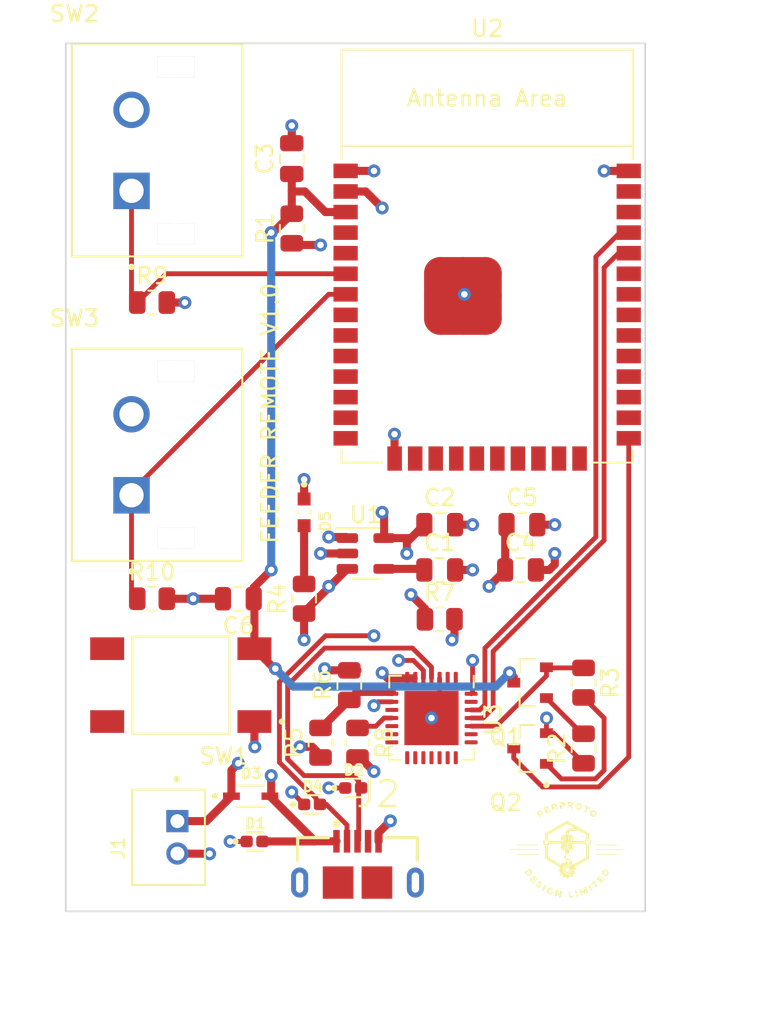
<source format=kicad_pcb>
(kicad_pcb (version 20221018) (generator pcbnew)
  (layers (0 "F.Cu" signal) (1 "In1.Cu" power) (2 "In2.Cu" power) (31 "B.Cu" power) (34 "B.Paste" user) (35 "F.Paste" user) (36 "B.SilkS" user "B.Silkscreen") (37 "F.SilkS" user "F.Silkscreen") (38 "B.Mask" user) (39 "F.Mask" user) (44 "Edge.Cuts" user))
  (net 0 "")
  (net 1 "Net-(U1-BP)")
  (net 2 "GND")
  (net 3 "/3.3V")
  (net 4 "/VBUS")
  (net 5 "/USB_DP")
  (net 6 "/USB_DN")
  (net 9 "Net-(D5-A)")
  (net 10 "/V_IN")
  (net 32 "Net-(Q1-Pad1)")
  (net 33 "/RTS")
  (net 34 "/DTR")
  (net 35 "Net-(Q2-Pad1)")
  (net 36 "/IO0")
  (net 37 "Net-(U3-VBUS)")
  (net 38 "Net-(U3-~{RST})")
  (net 39 "Net-(U3-~{SUSPEND})")
  (net 40 "/BUTTON_1")
  (net 41 "/BUTTON_2")
  (net 42 "/RXD")
  (net 43 "/TXD")
  (net 60 "/CHIP_PU")
  (footprint "Resistor_SMD:R_0805_2012Metric" (layer "F.Cu") (at 156.21 74.0175 90)
    (fp_text reference "R2")
    (fp_text value "R_US_10K")
  )
  (footprint "LOGO" (layer "F.Cu") (at 155.194 80.264)
    (fp_text reference "G***" hide)
    (fp_text value "LOGO" hide)
  )
  (footprint "Resistor_SMD:R_0805_2012Metric" (layer "F.Cu") (at 156.21 69.9535 -90)
    (fp_text reference "R3")
    (fp_text value "R_US_10K")
  )
  (footprint "Capacitor_SMD:C_0805_2012Metric" (layer "F.Cu") (at 147.32 62.992)
    (fp_text reference "C1")
    (fp_text value "C_470pF")
  )
  (footprint "Capacitor_SMD:C_0805_2012Metric" (layer "F.Cu") (at 152.4 60.198)
    (fp_text reference "C5")
    (fp_text value "C_0.1uF")
  )
  (footprint "Capacitor_SMD:C_0805_2012Metric" (layer "F.Cu") (at 134.874 64.77 180)
    (fp_text reference "C6")
    (fp_text value "C_0.1uF")
  )
  (footprint "Capacitor_SMD:C_0805_2012Metric" (layer "F.Cu") (at 138.176 37.592 90)
    (fp_text reference "C3")
    (fp_text value "C_0.1uF")
  )
  (footprint "Resistor_SMD:R_0805_2012Metric" (layer "F.Cu") (at 129.54 46.482)
    (fp_text reference "R9")
    (fp_text value "R_US_10K")
  )
  (footprint "LED:LED_SML-LXFM0603SIC-TR" (layer "F.Cu") (at 138.938 59.436 -90)
    (fp_text reference "D5")
    (fp_text value "LED_2.1V_20mA_0603")
  )
  (footprint "ESDALC5:DIO_VCUT0714A-HD1-GS08 (1)" (layer "F.Cu") (at 135.89 79.756)
    (fp_text reference "D1")
    (fp_text value "D_TVS_ESDALC5-1BM2_SOD882")
  )
  (footprint "SS8050-G:TRANS_SS8050-G" (layer "F.Cu") (at 152.908 74.0175 180)
    (fp_text reference "Q2")
    (fp_text value "SS8050-G")
  )
  (footprint "Resistor_SMD:R_0805_2012Metric" (layer "F.Cu") (at 138.176 41.91 90)
    (fp_text reference "R1")
    (fp_text value "R_US_10K_0603")
  )
  (footprint "Capacitor_SMD:C_0805_2012Metric" (layer "F.Cu") (at 152.3155 62.992)
    (fp_text reference "C4")
    (fp_text value "C_4.7uF")
  )
  (footprint "USB3090-XX-X_REVE:GCT_USB3090-XX-X_REVE" (layer "F.Cu") (at 142.24 82.296)
    (fp_text reference "J2")
    (fp_text value "USB_B_Micro")
    (fp_line (start -3.8 0.4) (end -3.8 -0.4) (stroke (width 0.01)) (layer "Edge.Cuts"))
    (fp_line (start -3.35 -0.4) (end -3.35 0.4) (stroke (width 0.01)) (layer "Edge.Cuts"))
    (fp_line (start 3.35 0.4) (end 3.35 -0.4) (stroke (width 0.01)) (layer "Edge.Cuts"))
    (fp_line (start 3.8 -0.4) (end 3.8 0.4) (stroke (width 0.01)) (layer "Edge.Cuts"))
    (fp_arc (start -3.8 -0.4) (mid -3.734099 -0.559099) (end -3.575 -0.625) (stroke (width 0.01)) (layer "Edge.Cuts"))
    (fp_arc (start -3.575 -0.625) (mid -3.415901 -0.559099) (end -3.35 -0.4) (stroke (width 0.01)) (layer "Edge.Cuts"))
    (fp_arc (start -3.575 0.625) (mid -3.734099 0.559099) (end -3.8 0.4) (stroke (width 0.01)) (layer "Edge.Cuts"))
    (fp_arc (start -3.35 0.4) (mid -3.415901 0.559099) (end -3.575 0.625) (stroke (width 0.01)) (layer "Edge.Cuts"))
    (fp_arc (start 3.35 -0.4) (mid 3.415901 -0.559099) (end 3.575 -0.625) (stroke (width 0.01)) (layer "Edge.Cuts"))
    (fp_arc (start 3.575 -0.625) (mid 3.734099 -0.559099) (end 3.8 -0.4) (stroke (width 0.01)) (layer "Edge.Cuts"))
    (fp_arc (start 3.575 0.625) (mid 3.415901 0.559099) (end 3.35 0.4) (stroke (width 0.01)) (layer "Edge.Cuts"))
    (fp_arc (start 3.8 0.4) (mid 3.734099 0.559099) (end 3.575 0.625) (stroke (width 0.01)) (layer "Edge.Cuts"))
  )
  (footprint "Resistor_SMD:R_0805_2012Metric" (layer "F.Cu") (at 141.732 70.104 90)
    (fp_text reference "R6")
    (fp_text value "R_US_47.5K")
  )
  (footprint "ESDALC5:DIO_VCUT0714A-HD1-GS08 (1)" (layer "F.Cu") (at 139.446 77.47)
    (fp_text reference "D4")
    (fp_text value "D_TVS_ESDALC5-1BM2_SOD882")
  )
  (footprint "PCM_Espressif:ESP32-WROOM-32E" (layer "F.Cu") (at 150.254 45.364)
    (fp_text reference "U2")
    (fp_text value "ESP32-WROOM-E")
  )
  (footprint "BAT760-7:SOD2513X120N" (layer "F.Cu") (at 135.636 76.962)
    (fp_text reference "D3")
    (fp_text value "D_Schottky")
  )
  (footprint "Right Angle Button:SW_TL1100CF160Q" (layer "F.Cu") (at 128.27 55.88)
    (fp_text reference "SW3")
    (fp_text value "SW_Push_Dual")
    (fp_line (start 1.6 -5.8) (end 3.9 -5.8) (stroke (width 0.01)) (layer "Edge.Cuts"))
    (fp_line (start 1.6 -4.5) (end 1.6 -5.8) (stroke (width 0.01)) (layer "Edge.Cuts"))
    (fp_line (start 1.6 4.5) (end 3.9 4.5) (stroke (width 0.01)) (layer "Edge.Cuts"))
    (fp_line (start 1.6 5.8) (end 1.6 4.5) (stroke (width 0.01)) (layer "Edge.Cuts"))
    (fp_line (start 3.9 -5.8) (end 3.9 -4.5) (stroke (width 0.01)) (layer "Edge.Cuts"))
    (fp_line (start 3.9 -4.5) (end 1.6 -4.5) (stroke (width 0.01)) (layer "Edge.Cuts"))
    (fp_line (start 3.9 4.5) (end 3.9 5.8) (stroke (width 0.01)) (layer "Edge.Cuts"))
    (fp_line (start 3.9 5.8) (end 1.6 5.8) (stroke (width 0.01)) (layer "Edge.Cuts"))
  )
  (footprint "Capacitor_SMD:C_0805_2012Metric" (layer "F.Cu") (at 147.32 60.198)
    (fp_text reference "C2")
    (fp_text value "C_2.2uF")
  )
  (footprint "Package_TO_SOT_SMD:SOT-23-5" (layer "F.Cu") (at 142.748 61.976)
    (fp_text reference "U1")
    (fp_text value "MIC5219-3.3YM5")
  )
  (footprint "jst:JST_B2B-PH-K-S(LF)(SN)" (layer "F.Cu") (at 130.556 79.502 90)
    (fp_text reference "J1")
    (fp_text value "B2B-PH-K-S(LF)(SN)")
  )
  (footprint "Resistor_SMD:R_0805_2012Metric" (layer "F.Cu") (at 139.954 73.66 90)
    (fp_text reference "R5")
    (fp_text value "R_US_22.1K")
  )
  (footprint "SS8050-G:TRANS_SS8050-G" (layer "F.Cu") (at 152.908 69.9535 180)
    (fp_text reference "Q1")
    (fp_text value "SS8050-G")
  )
  (footprint "Right Angle Button:SW_TL1100CF160Q" (layer "F.Cu") (at 128.27 37.084)
    (fp_text reference "SW2")
    (fp_text value "SW_Push_Dual")
    (fp_line (start 1.6 -5.8) (end 3.9 -5.8) (stroke (width 0.01)) (layer "Edge.Cuts"))
    (fp_line (start 1.6 -4.5) (end 1.6 -5.8) (stroke (width 0.01)) (layer "Edge.Cuts"))
    (fp_line (start 1.6 4.5) (end 3.9 4.5) (stroke (width 0.01)) (layer "Edge.Cuts"))
    (fp_line (start 1.6 5.8) (end 1.6 4.5) (stroke (width 0.01)) (layer "Edge.Cuts"))
    (fp_line (start 3.9 -5.8) (end 3.9 -4.5) (stroke (width 0.01)) (layer "Edge.Cuts"))
    (fp_line (start 3.9 -4.5) (end 1.6 -4.5) (stroke (width 0.01)) (layer "Edge.Cuts"))
    (fp_line (start 3.9 4.5) (end 3.9 5.8) (stroke (width 0.01)) (layer "Edge.Cuts"))
    (fp_line (start 3.9 5.8) (end 1.6 5.8) (stroke (width 0.01)) (layer "Edge.Cuts"))
  )
  (footprint "Resistor_SMD:R_0805_2012Metric" (layer "F.Cu") (at 147.32 66.04)
    (fp_text reference "R7")
    (fp_text value "R_US_2K")
  )
  (footprint "Resistor_SMD:R_0805_2012Metric" (layer "F.Cu") (at 142.24 73.66 -90)
    (fp_text reference "R8")
    (fp_text value "R_US_10K")
  )
  (footprint "TS04-66-55-BK-160-SMT:SW_TS04-66-55-BK-160-SMT" (layer "F.Cu") (at 131.318 70.104 180)
    (fp_text reference "SW1")
    (fp_text value "SW_Push")
  )
  (footprint "ESDALC5:DIO_VCUT0714A-HD1-GS08 (1)" (layer "F.Cu") (at 141.986 76.454)
    (fp_text reference "D2")
    (fp_text value "D_TVS_ESDALC5-1BM2_SOD882")
  )
  (footprint "Package_DFN_QFN:QFN-28-1EP_5x5mm_P0.5mm_EP3.35x3.35mm" (layer "F.Cu") (at 146.812 72.136 -90)
    (fp_text reference "U3")
    (fp_text value "CP2102N-Axx-xQFN28")
  )
  (footprint "Resistor_SMD:R_0805_2012Metric" (layer "F.Cu") (at 129.54 64.77)
    (fp_text reference "R10")
    (fp_text value "R_US_10K")
  )
  (footprint "Resistor_SMD:R_0805_2012Metric" (layer "F.Cu") (at 138.938 64.77 90)
    (fp_text reference "R4")
    (fp_text value "R_US_120Ohm_0603")
  )
  (gr_rect (start 124.206 30.48) (end 160.02 84.074) (stroke (width 0.1)) (fill none) (layer "Edge.Cuts"))
  (gr_text "FEEDER REMOTE V1.0" (at 137.414 61.468 90) (layer "F.SilkS") (effects (font (size 1 1)) (justify left bottom)))
  (segment (start 146.304 62.926) (end 146.37 62.992) (width 0.5) (layer "F.Cu") (net 1))
  (segment (start 143.8855 62.926) (end 146.304 62.926) (width 0.5) (layer "F.Cu") (net 1))
  (segment (start 153.2655 62.992) (end 154.091472 62.992) (width 0.5) (layer "F.Cu") (net 2))
  (segment (start 132.08 64.77) (end 133.924 64.77) (width 0.5) (layer "F.Cu") (net 2))
  (segment (start 147.354 46.074) (end 147.354 44.674) (width 2) (layer "F.Cu") (net 2))
  (segment (start 142.3905 74.5725) (end 143.256 75.438) (width 0.5) (layer "F.Cu") (net 2))
  (segment (start 148.754 47.474) (end 147.354 47.474) (width 2) (layer "F.Cu") (net 2))
  (segment (start 140.3115 69.1915) (end 142.24 69.1915) (width 0.5) (layer "F.Cu") (net 2))
  (segment (start 144.526 54.61) (end 144.534 54.618) (width 0.5) (layer "F.Cu") (net 2))
  (segment (start 141.6105 61.976) (end 139.954 61.976) (width 0.5) (layer "F.Cu") (net 2))
  (segment (start 131.106 80.502) (end 133.096 80.518) (width 0.5) (layer "F.Cu") (net 2))
  (segment (start 150.154 46.074) (end 150.154 47.474) (width 2) (layer "F.Cu") (net 2))
  (segment (start 147.312 71.636) (end 146.812 72.136) (width 0.3) (layer "F.Cu") (net 2))
  (segment (start 148.27 60.198) (end 149.352 60.198) (width 0.5) (layer "F.Cu") (net 2))
  (segment (start 135.868 72.354) (end 135.868 73.892) (width 0.5) (layer "F.Cu") (net 2))
  (segment (start 150.154 47.474) (end 148.754 47.474) (width 2) (layer "F.Cu") (net 2))
  (segment (start 143.54 79.218) (end 144.272 78.486) (width 0.5) (layer "F.Cu") (net 2))
  (segment (start 154.091472 62.992) (end 154.388736 62.694736) (width 0.5) (layer "F.Cu") (net 2))
  (segment (start 138.938 58.611) (end 138.938 57.404) (width 0.5) (layer "F.Cu") (net 2))
  (segment (start 138.940164 77.472164) (end 138.176 76.708) (width 0.3) (layer "F.Cu") (net 2))
  (segment (start 135.387846 79.758164) (end 134.622164 79.758164) (width 0.3) (layer "F.Cu") (net 2))
  (segment (start 142.24 74.5725) (end 142.3905 74.5725) (width 0.5) (layer "F.Cu") (net 2))
  (segment (start 148.27 62.992) (end 149.352 62.992) (width 0.5) (layer "F.Cu") (net 2))
  (segment (start 150.154 44.674) (end 150.154 46.074) (width 2) (layer "F.Cu") (net 2))
  (segment (start 147.354 44.674) (end 148.754 44.674) (width 2) (layer "F.Cu") (net 2))
  (segment (start 141.483846 76.456164) (end 140.718164 76.456164) (width 0.3) (layer "F.Cu") (net 2))
  (segment (start 141.504 38.354) (end 143.256 38.354) (width 0.5) (layer "F.Cu") (net 2))
  (segment (start 148.754 44.674) (end 150.154 44.674) (width 2) (layer "F.Cu") (net 2))
  (segment (start 130.4525 64.77) (end 132.08 64.77) (width 0.5) (layer "F.Cu") (net 2))
  (segment (start 140.462 76.454) (end 140.716 76.454) (width 0.3) (layer "F.Cu") (net 2))
  (segment (start 154.432 62.651472) (end 154.432 61.976) (width 0.5) (layer "F.Cu") (net 2))
  (segment (start 143.54 79.746) (end 143.54 79.218) (width 0.5) (layer "F.Cu") (net 2))
  (segment (start 148.844 45.974) (end 148.754 46.074) (width 2) (layer "F.Cu") (net 2))
  (segment (start 135.868 73.892) (end 135.89 73.914) (width 0.5) (layer "F.Cu") (net 2))
  (segment (start 154.388736 62.694736) (end 154.432 62.651472) (width 0.5) (layer "F.Cu") (net 2))
  (segment (start 147.354 46.074) (end 148.844 45.974) (width 2) (layer "F.Cu") (net 2))
  (segment (start 140.718164 76.456164) (end 140.462 76.454) (width 0.3) (layer "F.Cu") (net 2))
  (segment (start 138.176 36.642) (end 138.176 35.56) (width 0.5) (layer "F.Cu") (net 2))
  (segment (start 130.4525 46.482) (end 131.572 46.482) (width 0.5) (layer "F.Cu") (net 2))
  (segment (start 140.208 69.088) (end 140.3115 69.1915) (width 0.5) (layer "F.Cu") (net 2))
  (segment (start 134.366 79.756) (end 134.62 79.756) (width 0.3) (layer "F.Cu") (net 2))
  (segment (start 133.924 64.77) (end 134.112 64.77) (width 0.3) (layer "F.Cu") (net 2))
  (segment (start 159.004 38.354) (end 157.48 38.354) (width 0.5) (layer "F.Cu") (net 2))
  (segment (start 133.096 80.518) (end 133.08 80.502) (width 0.5) (layer "F.Cu") (net 2))
  (segment (start 144.534 56.114) (end 144.526 54.61) (width 0.5) (layer "F.Cu") (net 2))
  (segment (start 147.354 47.474) (end 147.354 46.074) (width 2) (layer "F.Cu") (net 2))
  (segment (start 147.312 69.686) (end 147.312 71.636) (width 0.3) (layer "F.Cu") (net 2))
  (segment (start 134.622164 79.758164) (end 134.366 79.756) (width 0.3) (layer "F.Cu") (net 2))
  (segment (start 138.943846 77.472164) (end 138.940164 77.472164) (width 0.3) (layer "F.Cu") (net 2))
  (segment (start 153.35 60.198) (end 154.432 60.198) (width 0.5) (layer "F.Cu") (net 2))
  (via (at 138.938 57.404) (size 0.8) (drill 0.4) (layers "F.Cu" "B.Cu") (net 2))
  (via (at 148.844 45.974) (size 0.8) (drill 0.4) (layers "F.Cu" "B.Cu") (net 2))
  (via (at 146.812 72.136) (size 0.8) (drill 0.4) (layers "F.Cu" "B.Cu") (net 2))
  (via (at 149.352 62.992) (size 0.8) (drill 0.4) (layers "F.Cu" "B.Cu") (net 2))
  (via (at 139.954 61.976) (size 0.8) (drill 0.4) (layers "F.Cu" "B.Cu") (net 2))
  (via (at 134.366 79.756) (size 0.8) (drill 0.4) (layers "F.Cu" "B.Cu") (net 2))
  (via (at 135.89 73.914) (size 0.8) (drill 0.4) (layers "F.Cu" "B.Cu") (net 2))
  (via (at 143.256 75.438) (size 0.8) (drill 0.4) (layers "F.Cu" "B.Cu") (net 2))
  (via (at 131.572 46.482) (size 0.8) (drill 0.4) (layers "F.Cu" "B.Cu") (net 2))
  (via (at 140.462 76.454) (size 0.8) (drill 0.4) (layers "F.Cu" "B.Cu") (net 2))
  (via (at 138.176 76.708) (size 0.8) (drill 0.4) (layers "F.Cu" "B.Cu") (net 2))
  (via (at 154.432 61.976) (size 0.8) (drill 0.4) (layers "F.Cu" "B.Cu") (net 2))
  (via (at 138.176 35.56) (size 0.8) (drill 0.4) (layers "F.Cu" "B.Cu") (net 2))
  (via (at 144.526 54.61) (size 0.8) (drill 0.4) (layers "F.Cu" "B.Cu") (net 2))
  (via (at 132.08 64.77) (size 0.8) (drill 0.4) (layers "F.Cu" "B.Cu") (net 2))
  (via (at 144.272 78.486) (size 0.8) (drill 0.4) (layers "F.Cu" "B.Cu") (net 2))
  (via (at 143.256 38.354) (size 0.8) (drill 0.4) (layers "F.Cu" "B.Cu") (net 2))
  (via (at 154.432 60.198) (size 0.8) (drill 0.4) (layers "F.Cu" "B.Cu") (net 2))
  (via (at 149.352 60.198) (size 0.8) (drill 0.4) (layers "F.Cu" "B.Cu") (net 2))
  (via (at 140.208 69.088) (size 0.8) (drill 0.4) (layers "F.Cu" "B.Cu") (net 2))
  (via (at 133.096 80.518) (size 0.8) (drill 0.4) (layers "F.Cu" "B.Cu") (net 2))
  (via (at 157.48 38.354) (size 0.8) (drill 0.4) (layers "F.Cu" "B.Cu") (net 2))
  (segment (start 143.764 40.64) (end 142.748 39.624) (width 0.5) (layer "F.Cu") (net 3))
  (segment (start 138.176 42.8225) (end 138.194871 42.8225) (width 0.5) (layer "F.Cu") (net 3))
  (segment (start 151.3655 63.0105) (end 150.368 64.008) (width 0.5) (layer "F.Cu") (net 3))
  (segment (start 145.542 61.026) (end 146.37 60.198) (width 0.5) (layer "F.Cu") (net 3))
  (segment (start 145.288 61.976) (end 145.288 61.28) (width 0.5) (layer "F.Cu") (net 3))
  (segment (start 143.8855 59.5575) (end 143.764 59.436) (width 0.5) (layer "F.Cu") (net 3))
  (segment (start 142.748 39.624) (end 141.504 39.624) (width 0.5) (layer "F.Cu") (net 3))
  (segment (start 145.312 69.686) (end 144.108 69.686) (width 0.5) (layer "F.Cu") (net 3))
  (segment (start 145.312 69.686) (end 145.712 69.686) (width 0.5) (layer "F.Cu") (net 3))
  (segment (start 143.8855 61.026) (end 143.8855 59.5575) (width 0.5) (layer "F.Cu") (net 3))
  (segment (start 143.8855 61.026) (end 145.542 61.026) (width 0.5) (layer "F.Cu") (net 3))
  (segment (start 146.4075 66.04) (end 146.4075 65.3815) (width 0.5) (layer "F.Cu") (net 3))
  (segment (start 138.2795 42.926) (end 138.176 42.8225) (width 0.5) (layer "F.Cu") (net 3))
  (segment (start 144.108 69.686) (end 143.764 69.342) (width 0.5) (layer "F.Cu") (net 3))
  (segment (start 145.288 61.28) (end 145.542 61.026) (width 0.5) (layer "F.Cu") (net 3))
  (segment (start 146.4075 65.3815) (end 145.542 64.516) (width 0.5) (layer "F.Cu") (net 3))
  (segment (start 151.3655 62.992) (end 151.3655 60.2825) (width 0.5) (layer "F.Cu") (net 3))
  (segment (start 151.3655 60.2825) (end 151.45 60.198) (width 0.5) (layer "F.Cu") (net 3))
  (segment (start 139.954 42.926) (end 138.2795 42.926) (width 0.5) (layer "F.Cu") (net 3))
  (segment (start 151.3655 62.992) (end 151.3655 63.0105) (width 0.5) (layer "F.Cu") (net 3))
  (via (at 145.288 61.976) (size 0.8) (drill 0.4) (layers "F.Cu" "B.Cu") (net 3))
  (via (at 139.954 42.926) (size 0.8) (drill 0.4) (layers "F.Cu" "B.Cu") (net 3))
  (via (at 145.542 64.516) (size 0.8) (drill 0.4) (layers "F.Cu" "B.Cu") (net 3))
  (via (at 143.764 59.436) (size 0.8) (drill 0.4) (layers "F.Cu" "B.Cu") (net 3))
  (via (at 143.764 69.342) (size 0.8) (drill 0.4) (layers "F.Cu" "B.Cu") (net 3))
  (via (at 143.764 40.64) (size 0.8) (drill 0.4) (layers "F.Cu" "B.Cu") (net 3))
  (via (at 150.368 64.008) (size 0.8) (drill 0.4) (layers "F.Cu" "B.Cu") (net 3))
  (segment (start 136.906 76.882) (end 136.826 76.962) (width 0.5) (layer "F.Cu") (net 4))
  (segment (start 138.684 73.914) (end 138.522 73.914) (width 0.5) (layer "F.Cu") (net 4))
  (segment (start 140.94 79.746) (end 139.61 79.746) (width 0.5) (layer "F.Cu") (net 4))
  (segment (start 139.6 79.756) (end 136.2655 79.756) (width 0.5) (layer "F.Cu") (net 4))
  (segment (start 139.446 73.914) (end 138.684 73.914) (width 0.5) (layer "F.Cu") (net 4))
  (segment (start 139.954 74.422) (end 139.446 73.914) (width 0.5) (layer "F.Cu") (net 4))
  (segment (start 139.61 79.746) (end 136.826 76.962) (width 0.5) (layer "F.Cu") (net 4))
  (segment (start 139.61 79.746) (end 139.6 79.756) (width 0.5) (layer "F.Cu") (net 4))
  (segment (start 139.954 74.5725) (end 139.954 74.422) (width 0.5) (layer "F.Cu") (net 4))
  (segment (start 136.906 75.692) (end 136.906 76.882) (width 0.5) (layer "F.Cu") (net 4))
  (via (at 138.684 73.914) (size 0.8) (drill 0.4) (layers "F.Cu" "B.Cu") (net 4))
  (via (at 136.906 75.692) (size 0.8) (drill 0.4) (layers "F.Cu" "B.Cu") (net 4))
  (segment (start 146.812 68.995531) (end 146.812 69.686) (width 0.3) (layer "F.Cu") (net 5))
  (segment (start 145.634469 67.818) (end 146.812 68.995531) (width 0.3) (layer "F.Cu") (net 5))
  (segment (start 142.24 79.746) (end 142.311 79.675) (width 0.3) (layer "F.Cu") (net 5))
  (segment (start 138.938 75.692) (end 137.922 74.676) (width 0.3) (layer "F.Cu") (net 5))
  (segment (start 141.974 75.692) (end 138.938 75.692) (width 0.3) (layer "F.Cu") (net 5))
  (segment (start 142.311 76.029) (end 141.974 75.692) (width 0.3) (layer "F.Cu") (net 5))
  (segment (start 137.922 74.676) (end 137.922 70.104) (width 0.3) (layer "F.Cu") (net 5))
  (segment (start 142.311 79.675) (end 142.311 76.454) (width 0.3) (layer "F.Cu") (net 5))
  (segment (start 140.208 67.818) (end 145.634469 67.818) (width 0.3) (layer "F.Cu") (net 5))
  (segment (start 142.311 76.454) (end 142.311 76.029) (width 0.3) (layer "F.Cu") (net 5))
  (segment (start 137.922 70.104) (end 140.208 67.818) (width 0.3) (layer "F.Cu") (net 5))
  (segment (start 139.30258 76.763686) (end 137.414 74.875106) (width 0.3) (layer "F.Cu") (net 6))
  (segment (start 141.59 78.746) (end 140.314 77.47) (width 0.3) (layer "F.Cu") (net 6))
  (segment (start 146.312 69.202637) (end 146.312 69.686) (width 0.3) (layer "F.Cu") (net 6))
  (segment (start 141.59 79.746) (end 141.59 78.746) (width 0.3) (layer "F.Cu") (net 6))
  (segment (start 137.414 69.904894) (end 140.262894 67.056) (width 0.3) (layer "F.Cu") (net 6))
  (segment (start 139.669851 77.130957) (end 139.669851 77.073707) (width 0.3) (layer "F.Cu") (net 6))
  (segment (start 145.689363 68.58) (end 146.312 69.202637) (width 0.3) (layer "F.Cu") (net 6))
  (segment (start 139.669851 77.073707) (end 139.35983 76.763686) (width 0.3) (layer "F.Cu") (net 6))
  (segment (start 140.314 77.47) (end 139.771 77.47) (width 0.3) (layer "F.Cu") (net 6))
  (segment (start 140.314 77.47) (end 140.008894 77.47) (width 0.3) (layer "F.Cu") (net 6))
  (segment (start 139.35983 76.763686) (end 139.30258 76.763686) (width 0.3) (layer "F.Cu") (net 6))
  (segment (start 140.008894 77.47) (end 139.669851 77.130957) (width 0.3) (layer "F.Cu") (net 6))
  (segment (start 144.78 68.58) (end 145.689363 68.58) (width 0.3) (layer "F.Cu") (net 6))
  (segment (start 140.262894 67.056) (end 143.256 67.056) (width 0.3) (layer "F.Cu") (net 6))
  (segment (start 137.414 74.875106) (end 137.414 69.904894) (width 0.3) (layer "F.Cu") (net 6))
  (via (at 143.256 67.056) (size 0.8) (drill 0.4) (layers "F.Cu" "B.Cu") (net 6))
  (via (at 144.78 68.58) (size 0.8) (drill 0.4) (layers "F.Cu" "B.Cu") (net 6))
  (segment (start 138.938 63.8575) (end 138.938 60.261) (width 0.5) (layer "F.Cu") (net 9))
  (segment (start 140.462 64.0745) (end 140.462 64.008) (width 0.5) (layer "F.Cu") (net 10))
  (segment (start 140.462 64.008) (end 140.5285 64.008) (width 0.5) (layer "F.Cu") (net 10))
  (segment (start 140.5285 64.008) (end 141.6105 62.926) (width 0.5) (layer "F.Cu") (net 10))
  (segment (start 134.446 76.962) (end 134.446 75.358) (width 0.5) (layer "F.Cu") (net 10))
  (segment (start 138.938 65.5985) (end 140.462 64.0745) (width 0.5) (layer "F.Cu") (net 10))
  (segment (start 131.106 78.502) (end 132.906 78.502) (width 0.5) (layer "F.Cu") (net 10))
  (segment (start 134.874 74.93) (end 134.62 75.184) (width 0.5) (layer "F.Cu") (net 10))
  (segment (start 138.938 65.6825) (end 138.938 65.5985) (width 0.5) (layer "F.Cu") (net 10))
  (segment (start 132.906 78.502) (end 134.446 76.962) (width 0.5) (layer "F.Cu") (net 10))
  (segment (start 141.5445 60.96) (end 141.6105 61.026) (width 0.5) (layer "F.Cu") (net 10))
  (segment (start 134.446 75.358) (end 134.874 74.93) (width 0.5) (layer "F.Cu") (net 10))
  (segment (start 140.462 60.96) (end 141.5445 60.96) (width 0.5) (layer "F.Cu") (net 10))
  (segment (start 138.938 67.31) (end 138.938 65.6825) (width 0.5) (layer "F.Cu") (net 10))
  (via (at 134.874 74.93) (size 0.8) (drill 0.4) (layers "F.Cu" "B.Cu") (net 10))
  (via (at 140.462 64.008) (size 0.8) (drill 0.4) (layers "F.Cu" "B.Cu") (net 10))
  (via (at 140.462 60.96) (size 0.8) (drill 0.4) (layers "F.Cu" "B.Cu") (net 10))
  (via (at 138.938 67.31) (size 0.8) (drill 0.4) (layers "F.Cu" "B.Cu") (net 10))
  (segment (start 156.21 73.105) (end 156.1195 73.105) (width 0.3) (layer "F.Cu") (net 32))
  (segment (start 156.1195 73.105) (end 153.918 70.9035) (width 0.3) (layer "F.Cu") (net 32))
  (segment (start 150.8155 72.636) (end 153.918 69.5335) (width 0.3) (layer "F.Cu") (net 33))
  (segment (start 153.918 69.5335) (end 153.918 69.0035) (width 0.3) (layer "F.Cu") (net 33))
  (segment (start 156.21 69.041) (end 153.9555 69.041) (width 0.3) (layer "F.Cu") (net 33))
  (segment (start 149.36 72.636) (end 150.8155 72.636) (width 0.3) (layer "F.Cu") (net 33))
  (segment (start 149.344 72.636) (end 149.352 72.644) (width 0.3) (layer "F.Cu") (net 33))
  (segment (start 153.9555 69.041) (end 153.918 69.0035) (width 0.3) (layer "F.Cu") (net 33))
  (segment (start 149.262 72.636) (end 149.344 72.636) (width 0.3) (layer "F.Cu") (net 33))
  (segment (start 149.352 72.644) (end 149.36 72.636) (width 0.3) (layer "F.Cu") (net 33))
  (segment (start 154.3475 73.0675) (end 156.21 74.93) (width 0.3) (layer "F.Cu") (net 34))
  (segment (start 153.918 73.0675) (end 153.918 72.142) (width 0.3) (layer "F.Cu") (net 34))
  (segment (start 153.918 73.0675) (end 154.3475 73.0675) (width 0.3) (layer "F.Cu") (net 34))
  (segment (start 153.918 72.142) (end 153.924 72.136) (width 0.3) (layer "F.Cu") (net 34))
  (segment (start 149.352 68.58) (end 149.352 70.546) (width 0.3) (layer "F.Cu") (net 34))
  (segment (start 149.352 70.546) (end 149.262 70.636) (width 0.3) (layer "F.Cu") (net 34))
  (via (at 153.924 72.136) (size 0.8) (drill 0.4) (layers "F.Cu" "B.Cu") (net 34))
  (via (at 149.352 68.58) (size 0.8) (drill 0.4) (layers "F.Cu" "B.Cu") (net 34))
  (segment (start 154.843 75.8925) (end 156.949949 75.8925) (width 0.3) (layer "F.Cu") (net 35))
  (segment (start 157.48 75.362449) (end 157.48 72.136) (width 0.3) (layer "F.Cu") (net 35))
  (segment (start 156.949949 75.8925) (end 157.48 75.362449) (width 0.3) (layer "F.Cu") (net 35))
  (segment (start 157.48 72.136) (end 156.21 70.866) (width 0.3) (layer "F.Cu") (net 35))
  (segment (start 153.918 74.9675) (end 154.843 75.8925) (width 0.3) (layer "F.Cu") (net 35))
  (segment (start 153.673 76.3925) (end 157.157055 76.3925) (width 0.3) (layer "F.Cu") (net 36))
  (segment (start 151.898 74.0175) (end 151.898 74.6175) (width 0.3) (layer "F.Cu") (net 36))
  (segment (start 159.004 74.545555) (end 159.004 54.864) (width 0.3) (layer "F.Cu") (net 36))
  (segment (start 157.157055 76.3925) (end 159.004 74.545555) (width 0.3) (layer "F.Cu") (net 36))
  (segment (start 151.898 74.6175) (end 153.673 76.3925) (width 0.3) (layer "F.Cu") (net 36))
  (segment (start 139.954 72.7475) (end 140.001 72.7475) (width 0.5) (layer "F.Cu") (net 37))
  (segment (start 142.2245 70.524) (end 144.35 70.524) (width 0.5) (layer "F.Cu") (net 37))
  (segment (start 141.732 71.0165) (end 142.2245 70.524) (width 0.5) (layer "F.Cu") (net 37))
  (segment (start 140.001 72.7475) (end 142.1875 70.561) (width 0.5) (layer "F.Cu") (net 37))
  (segment (start 144.35 70.524) (end 144.362 70.536) (width 0.5) (layer "F.Cu") (net 37))
  (segment (start 148.2325 66.04) (end 148.2325 67.1595) (width 0.5) (layer "F.Cu") (net 38))
  (segment (start 144.362 71.136) (end 143.494 71.136) (width 0.3) (layer "F.Cu") (net 38))
  (segment (start 143.494 71.136) (end 143.256 71.374) (width 0.3) (layer "F.Cu") (net 38))
  (segment (start 148.2325 67.1595) (end 148.082 67.31) (width 0.5) (layer "F.Cu") (net 38))
  (via (at 148.082 67.31) (size 0.8) (drill 0.4) (layers "F.Cu" "B.Cu") (net 38))
  (via (at 143.256 71.374) (size 0.8) (drill 0.4) (layers "F.Cu" "B.Cu") (net 38))
  (segment (start 143.878637 72.136) (end 144.362 72.136) (width 0.3) (layer "F.Cu") (net 39))
  (segment (start 141.8355 72.644) (end 143.370637 72.644) (width 0.3) (layer "F.Cu") (net 39))
  (segment (start 141.732 72.7475) (end 141.8355 72.644) (width 0.3) (layer "F.Cu") (net 39))
  (segment (start 143.370637 72.644) (end 143.878637 72.136) (width 0.3) (layer "F.Cu") (net 39))
  (segment (start 130.4055 44.704) (end 141.504 44.704) (width 0.3) (layer "F.Cu") (net 40))
  (segment (start 128.27 39.584) (end 128.27 46.1245) (width 0.3) (layer "F.Cu") (net 40))
  (segment (start 128.6275 46.482) (end 130.4055 44.704) (width 0.3) (layer "F.Cu") (net 40))
  (segment (start 128.27 46.1245) (end 128.6275 46.482) (width 0.3) (layer "F.Cu") (net 40))
  (segment (start 140.454 45.974) (end 141.504 45.974) (width 0.3) (layer "F.Cu") (net 41))
  (segment (start 128.27 58.38) (end 128.27 64.4125) (width 0.3) (layer "F.Cu") (net 41))
  (segment (start 128.27 64.4125) (end 128.6275 64.77) (width 0.3) (layer "F.Cu") (net 41))
  (segment (start 128.27 58.38) (end 128.27 58.158) (width 0.3) (layer "F.Cu") (net 41))
  (segment (start 128.27 58.158) (end 140.454 45.974) (width 0.3) (layer "F.Cu") (net 41))
  (segment (start 157.452553 61.186553) (end 157.48 61.159106) (width 0.3) (layer "F.Cu") (net 42))
  (segment (start 157.48 61.159106) (end 157.48 44.328) (width 0.3) (layer "F.Cu") (net 42))
  (segment (start 150.622 68.017106) (end 157.452553 61.186553) (width 0.3) (layer "F.Cu") (net 42))
  (segment (start 150.622 68.072) (end 150.622 68.017106) (width 0.3) (layer "F.Cu") (net 42))
  (segment (start 149.262 72.136) (end 150.002469 72.136) (width 0.3) (layer "F.Cu") (net 42))
  (segment (start 150.622 71.516469) (end 150.622 68.072) (width 0.3) (layer "F.Cu") (net 42))
  (segment (start 158.374 43.434) (end 159.004 43.434) (width 0.3) (layer "F.Cu") (net 42))
  (segment (start 150.002469 72.136) (end 150.622 71.516469) (width 0.3) (layer "F.Cu") (net 42))
  (segment (start 157.48 44.328) (end 158.374 43.434) (width 0.3) (layer "F.Cu") (net 42))
  (segment (start 149.262 71.636) (end 149.795363 71.636) (width 0.3) (layer "F.Cu") (net 43))
  (segment (start 156.972 43.65) (end 158.458 42.164) (width 0.3) (layer "F.Cu") (net 43))
  (segment (start 150.114 71.317363) (end 150.114 67.818) (width 0.3) (layer "F.Cu") (net 43))
  (segment (start 158.458 42.164) (end 159.004 42.164) (width 0.3) (layer "F.Cu") (net 43))
  (segment (start 156.972 60.96) (end 156.972 43.65) (width 0.3) (layer "F.Cu") (net 43))
  (segment (start 149.795363 71.636) (end 150.114 71.317363) (width 0.3) (layer "F.Cu") (net 43))
  (segment (start 150.114 67.818) (end 156.972 60.96) (width 0.3) (layer "F.Cu") (net 43))
  (segment (start 137.16 69.088) (end 137.102 69.088) (width 0.5) (layer "F.Cu") (net 60))
  (segment (start 138.176 38.542) (end 138.176 39.624) (width 0.5) (layer "F.Cu") (net 60))
  (segment (start 135.868 64.814) (end 135.824 64.77) (width 0.5) (layer "F.Cu") (net 60))
  (segment (start 135.824 64.074) (end 136.906 62.992) (width 0.5) (layer "F.Cu") (net 60))
  (segment (start 137.102 69.088) (end 135.868 67.854) (width 0.5) (layer "F.Cu") (net 60))
  (segment (start 151.898 69.9535) (end 151.898 69.602) (width 0.5) (layer "F.Cu") (net 60))
  (segment (start 136.906 42.164) (end 137.0095 42.164) (width 0.5) (layer "F.Cu") (net 60))
  (segment (start 151.898 69.602) (end 151.638 69.342) (width 0.5) (layer "F.Cu") (net 60))
  (segment (start 135.868 67.854) (end 135.868 64.814) (width 0.5) (layer "F.Cu") (net 60))
  (segment (start 140.254 40.894) (end 141.504 40.894) (width 0.5) (layer "F.Cu") (net 60))
  (segment (start 138.176 39.624) (end 138.984 39.624) (width 0.5) (layer "F.Cu") (net 60))
  (segment (start 135.824 64.77) (end 135.824 64.074) (width 0.5) (layer "F.Cu") (net 60))
  (segment (start 138.984 39.624) (end 140.254 40.894) (width 0.5) (layer "F.Cu") (net 60))
  (segment (start 138.176 39.624) (end 138.176 40.9975) (width 0.5) (layer "F.Cu") (net 60))
  (segment (start 137.0095 42.164) (end 138.176 40.9975) (width 0.5) (layer "F.Cu") (net 60))
  (via (at 151.638 69.342) (size 0.8) (drill 0.4) (layers "F.Cu" "B.Cu") (net 60))
  (via (at 136.906 42.164) (size 0.8) (drill 0.4) (layers "F.Cu" "B.Cu") (net 60))
  (via (at 137.16 69.088) (size 0.8) (drill 0.4) (layers "F.Cu" "B.Cu") (net 60))
  (via (at 136.906 62.992) (size 0.8) (drill 0.4) (layers "F.Cu" "B.Cu") (net 60))
  (segment (start 137.16 69.088) (end 137.414 69.342) (width 0.5) (layer "B.Cu") (net 60))
  (segment (start 138.264 70.192) (end 137.16 69.088) (width 0.5) (layer "B.Cu") (net 60))
  (segment (start 151.638 69.342) (end 150.788 70.192) (width 0.5) (layer "B.Cu") (net 60))
  (segment (start 150.788 70.192) (end 138.264 70.192) (width 0.5) (layer "B.Cu") (net 60))
  (segment (start 136.906 62.992) (end 136.906 42.164) (width 0.5) (layer "B.Cu") (net 60))
)
</source>
